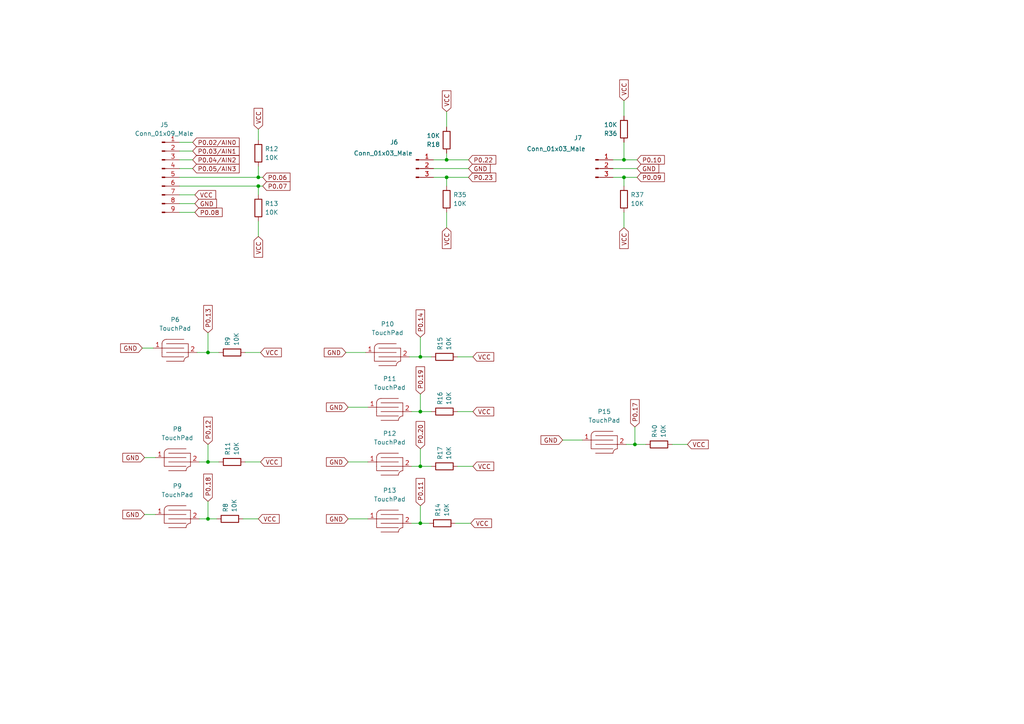
<source format=kicad_sch>
(kicad_sch (version 20211123) (generator eeschema)
  (paper "A4")
  (lib_symbols
    (symbol "Connector:Conn_01x03_Male" (pin_names (offset 1.016) hide)
      (property "Reference" "J" (at 0 5.08 0))
      (property "Value" "Conn_01x03_Male" (at 0 -5.08 0))
      (symbol "Conn_01x03_Male_1_1"
        (polyline (pts (xy 1.27 -2.54) (xy 0.8636 -2.54)) (stroke (width 0.1524)))
        (polyline (pts (xy 1.27 0) (xy 0.8636 0)) (stroke (width 0.1524)))
        (polyline (pts (xy 1.27 2.54) (xy 0.8636 2.54)) (stroke (width 0.1524)))
        (rectangle (start 0.8636 -2.413) (end 0 -2.667) (stroke (width 0.1524)) (fill (type outline)))
        (rectangle (start 0.8636 0.127) (end 0 -0.127) (stroke (width 0.1524)) (fill (type outline)))
        (rectangle (start 0.8636 2.667) (end 0 2.413) (stroke (width 0.1524)) (fill (type outline)))
        (pin passive line (at 5.08 2.54 180) (length 3.81) (name "Pin_1") (number "1"))
        (pin passive line (at 5.08 0 180) (length 3.81) (name "Pin_2") (number "2"))
        (pin passive line (at 5.08 -2.54 180) (length 3.81) (name "Pin_3") (number "3"))
      )
    )
    (symbol "Connector:Conn_01x09_Male" (pin_names (offset 1.016) hide)
      (property "Reference" "J" (at 0 12.7 0))
      (property "Value" "Conn_01x09_Male" (at 0 -12.7 0))
      (symbol "Conn_01x09_Male_1_1"
        (polyline (pts (xy 1.27 -10.16) (xy 0.8636 -10.16)) (stroke (width 0.1524)))
        (polyline (pts (xy 1.27 -7.62) (xy 0.8636 -7.62)) (stroke (width 0.1524)))
        (polyline (pts (xy 1.27 -5.08) (xy 0.8636 -5.08)) (stroke (width 0.1524)))
        (polyline (pts (xy 1.27 -2.54) (xy 0.8636 -2.54)) (stroke (width 0.1524)))
        (polyline (pts (xy 1.27 0) (xy 0.8636 0)) (stroke (width 0.1524)))
        (polyline (pts (xy 1.27 2.54) (xy 0.8636 2.54)) (stroke (width 0.1524)))
        (polyline (pts (xy 1.27 5.08) (xy 0.8636 5.08)) (stroke (width 0.1524)))
        (polyline (pts (xy 1.27 7.62) (xy 0.8636 7.62)) (stroke (width 0.1524)))
        (polyline (pts (xy 1.27 10.16) (xy 0.8636 10.16)) (stroke (width 0.1524)))
        (rectangle (start 0.8636 -10.033) (end 0 -10.287) (stroke (width 0.1524)) (fill (type outline)))
        (rectangle (start 0.8636 -7.493) (end 0 -7.747) (stroke (width 0.1524)) (fill (type outline)))
        (rectangle (start 0.8636 -4.953) (end 0 -5.207) (stroke (width 0.1524)) (fill (type outline)))
        (rectangle (start 0.8636 -2.413) (end 0 -2.667) (stroke (width 0.1524)) (fill (type outline)))
        (rectangle (start 0.8636 0.127) (end 0 -0.127) (stroke (width 0.1524)) (fill (type outline)))
        (rectangle (start 0.8636 2.667) (end 0 2.413) (stroke (width 0.1524)) (fill (type outline)))
        (rectangle (start 0.8636 5.207) (end 0 4.953) (stroke (width 0.1524)) (fill (type outline)))
        (rectangle (start 0.8636 7.747) (end 0 7.493) (stroke (width 0.1524)) (fill (type outline)))
        (rectangle (start 0.8636 10.287) (end 0 10.033) (stroke (width 0.1524)) (fill (type outline)))
        (pin passive line (at 5.08 10.16 180) (length 3.81) (name "Pin_1") (number "1"))
        (pin passive line (at 5.08 7.62 180) (length 3.81) (name "Pin_2") (number "2"))
        (pin passive line (at 5.08 5.08 180) (length 3.81) (name "Pin_3") (number "3"))
        (pin passive line (at 5.08 2.54 180) (length 3.81) (name "Pin_4") (number "4"))
        (pin passive line (at 5.08 0 180) (length 3.81) (name "Pin_5") (number "5"))
        (pin passive line (at 5.08 -2.54 180) (length 3.81) (name "Pin_6") (number "6"))
        (pin passive line (at 5.08 -5.08 180) (length 3.81) (name "Pin_7") (number "7"))
        (pin passive line (at 5.08 -7.62 180) (length 3.81) (name "Pin_8") (number "8"))
        (pin passive line (at 5.08 -10.16 180) (length 3.81) (name "Pin_9") (number "9"))
      )
    )
    (symbol "Device:R" (pin_numbers hide) (pin_names (offset 0))
      (property "Reference" "R" (at 2.032 0 90))
      (property "Value" "R" (at 0 0 90))
      (symbol "R_0_1"
        (rectangle (start -1.016 -2.54) (end 1.016 2.54) (stroke (width 0.254)))
      )
      (symbol "R_1_1"
        (pin passive line (at 0 3.81 270) (length 1.27) (name "~") (number "1"))
        (pin passive line (at 0 -3.81 90) (length 1.27) (name "~") (number "2"))
      )
    )
    (symbol "TouchPad:TouchPad"
      (property "Reference" "P?" (at 0 5.715 0))
      (property "Value" "TouchPad" (at 0.635 -6.985 0))
      (symbol "TouchPad_0_1"
        (arc (start -2.54 2.54) (mid -3.438 2.168) (end -3.81 1.27))
        (polyline (pts (xy -3.81 0) (xy 2.54 0)))
        (polyline (pts (xy -3.81 1.27) (xy -3.81 -1.27)))
        (polyline (pts (xy 2.54 -3.81) (xy -2.54 -3.81)))
        (polyline (pts (xy 2.54 2.54) (xy -2.54 2.54)))
        (polyline (pts (xy 3.81 -1.27) (xy -2.54 -1.27)))
        (polyline (pts (xy 3.81 -1.27) (xy 3.81 -2.54)))
        (polyline (pts (xy 3.81 -1.27) (xy 3.81 1.27)))
        (polyline (pts (xy -3.81 -1.27) (xy -3.81 -2.54) (xy 2.54 -2.54)))
        (polyline (pts (xy 3.81 1.27) (xy -0.635 1.27) (xy -2.54 1.27)))
        (arc (start 3.81 -2.54) (mid 1.642 -1.642) (end 2.54 -3.81))
      )
      (symbol "TouchPad_1_1"
        (pin input line (at -6.35 0 0) (length 2.54) (name "") (number "1"))
        (pin input line (at 6.35 -1.27 180) (length 2.54) (name "") (number "2"))
      )
    )
  )
  (junction (at 121.92 135.255))
  (junction (at 121.92 151.765))
  (junction (at 129.54 46.355))
  (junction (at 121.92 103.505))
  (junction (at 74.93 53.975))
  (junction (at 180.975 51.435))
  (junction (at 60.325 133.985))
  (junction (at 129.54 51.435))
  (junction (at 60.325 102.235))
  (junction (at 180.975 46.355))
  (junction (at 74.93 51.435))
  (junction (at 184.15 128.905))
  (junction (at 60.325 150.495))
  (junction (at 121.92 119.38))
  (wire (pts (xy 199.39 128.905) (xy 194.945 128.905)))
  (wire (pts (xy 74.93 68.58) (xy 74.93 64.135)))
  (wire (pts (xy 129.54 66.04) (xy 129.54 61.595)))
  (wire (pts (xy 184.785 48.895) (xy 177.8 48.895)))
  (wire (pts (xy 60.325 102.235) (xy 63.5 102.235)))
  (wire (pts (xy 129.54 46.355) (xy 125.73 46.355)))
  (wire (pts (xy 137.16 103.505) (xy 132.715 103.505)))
  (wire (pts (xy 181.61 128.905) (xy 184.15 128.905)))
  (wire (pts (xy 121.92 103.505) (xy 125.095 103.505)))
  (wire (pts (xy 121.92 119.38) (xy 125.095 119.38)))
  (wire (pts (xy 180.975 46.355) (xy 184.785 46.355)))
  (wire (pts (xy 52.07 51.435) (xy 74.93 51.435)))
  (wire (pts (xy 60.325 150.495) (xy 62.865 150.495)))
  (wire (pts (xy 180.975 51.435) (xy 177.8 51.435)))
  (wire (pts (xy 41.91 149.225) (xy 45.085 149.225)))
  (wire (pts (xy 119.38 119.38) (xy 121.92 119.38)))
  (wire (pts (xy 184.15 123.825) (xy 184.15 128.905)))
  (wire (pts (xy 121.92 114.3) (xy 121.92 119.38)))
  (wire (pts (xy 52.07 53.975) (xy 74.93 53.975)))
  (wire (pts (xy 74.93 150.495) (xy 70.485 150.495)))
  (wire (pts (xy 129.54 32.385) (xy 129.54 36.83)))
  (wire (pts (xy 55.88 46.355) (xy 52.07 46.355)))
  (wire (pts (xy 129.54 51.435) (xy 125.73 51.435)))
  (wire (pts (xy 56.515 56.515) (xy 52.07 56.515)))
  (wire (pts (xy 55.88 48.895) (xy 52.07 48.895)))
  (wire (pts (xy 74.93 53.975) (xy 74.93 56.515)))
  (wire (pts (xy 41.91 132.715) (xy 45.085 132.715)))
  (wire (pts (xy 75.565 102.235) (xy 71.12 102.235)))
  (wire (pts (xy 100.965 118.11) (xy 106.68 118.11)))
  (wire (pts (xy 163.195 127.635) (xy 168.91 127.635)))
  (wire (pts (xy 177.8 46.355) (xy 180.975 46.355)))
  (wire (pts (xy 60.325 145.415) (xy 60.325 150.495)))
  (wire (pts (xy 135.89 51.435) (xy 129.54 51.435)))
  (wire (pts (xy 100.965 133.985) (xy 106.68 133.985)))
  (wire (pts (xy 121.92 135.255) (xy 125.095 135.255)))
  (wire (pts (xy 74.93 37.465) (xy 74.93 40.64)))
  (wire (pts (xy 60.325 128.905) (xy 60.325 133.985)))
  (wire (pts (xy 118.745 103.505) (xy 121.92 103.505)))
  (wire (pts (xy 121.92 146.685) (xy 121.92 151.765)))
  (wire (pts (xy 129.54 51.435) (xy 129.54 53.975)))
  (wire (pts (xy 55.88 41.275) (xy 52.07 41.275)))
  (wire (pts (xy 74.93 51.435) (xy 76.2 51.435)))
  (wire (pts (xy 57.785 133.985) (xy 60.325 133.985)))
  (wire (pts (xy 129.54 44.45) (xy 129.54 46.355)))
  (wire (pts (xy 136.525 151.765) (xy 132.08 151.765)))
  (wire (pts (xy 57.785 150.495) (xy 60.325 150.495)))
  (wire (pts (xy 100.33 102.235) (xy 106.045 102.235)))
  (wire (pts (xy 75.565 133.985) (xy 71.12 133.985)))
  (wire (pts (xy 119.38 135.255) (xy 121.92 135.255)))
  (wire (pts (xy 137.16 135.255) (xy 132.715 135.255)))
  (wire (pts (xy 119.38 151.765) (xy 121.92 151.765)))
  (wire (pts (xy 180.975 41.275) (xy 180.975 46.355)))
  (wire (pts (xy 137.16 119.38) (xy 132.715 119.38)))
  (wire (pts (xy 57.15 102.235) (xy 60.325 102.235)))
  (wire (pts (xy 100.965 150.495) (xy 106.68 150.495)))
  (wire (pts (xy 135.89 48.895) (xy 125.73 48.895)))
  (wire (pts (xy 74.93 53.975) (xy 76.2 53.975)))
  (wire (pts (xy 180.975 29.21) (xy 180.975 33.655)))
  (wire (pts (xy 74.93 48.26) (xy 74.93 51.435)))
  (wire (pts (xy 184.15 128.905) (xy 187.325 128.905)))
  (wire (pts (xy 56.515 61.595) (xy 52.07 61.595)))
  (wire (pts (xy 56.515 59.055) (xy 52.07 59.055)))
  (wire (pts (xy 180.975 66.04) (xy 180.975 61.595)))
  (wire (pts (xy 60.325 96.52) (xy 60.325 102.235)))
  (wire (pts (xy 135.89 46.355) (xy 129.54 46.355)))
  (wire (pts (xy 41.275 100.965) (xy 44.45 100.965)))
  (wire (pts (xy 180.975 51.435) (xy 180.975 53.975)))
  (wire (pts (xy 121.92 130.175) (xy 121.92 135.255)))
  (wire (pts (xy 121.92 151.765) (xy 124.46 151.765)))
  (wire (pts (xy 60.325 133.985) (xy 63.5 133.985)))
  (wire (pts (xy 55.88 43.815) (xy 52.07 43.815)))
  (wire (pts (xy 184.785 51.435) (xy 180.975 51.435)))
  (wire (pts (xy 121.92 97.79) (xy 121.92 103.505)))
  (global_label "P0.22" (shape input) (at 135.89 46.355 0) (property "Intersheet References" "${INTERSHEET_REFS}" (effects hide)))
  (global_label "GND" (shape input) (at 100.33 102.235 180) (property "Intersheet References" "${INTERSHEET_REFS}" (effects hide)))
  (global_label "VCC" (shape input) (at 137.16 103.505 0) (property "Intersheet References" "${INTERSHEET_REFS}" (effects hide)))
  (global_label "P0.18" (shape input) (at 60.325 145.415 90) (property "Intersheet References" "${INTERSHEET_REFS}" (effects hide)))
  (global_label "VCC" (shape input) (at 75.565 102.235 0) (property "Intersheet References" "${INTERSHEET_REFS}" (effects hide)))
  (global_label "P0.20" (shape input) (at 121.92 130.175 90) (property "Intersheet References" "${INTERSHEET_REFS}" (effects hide)))
  (global_label "P0.17" (shape input) (at 184.15 123.825 90) (property "Intersheet References" "${INTERSHEET_REFS}" (effects hide)))
  (global_label "VCC" (shape input) (at 180.975 66.04 270) (property "Intersheet References" "${INTERSHEET_REFS}" (effects hide)))
  (global_label "P0.08" (shape input) (at 56.515 61.595 0) (property "Intersheet References" "${INTERSHEET_REFS}" (effects hide)))
  (global_label "GND" (shape input) (at 41.275 100.965 180) (property "Intersheet References" "${INTERSHEET_REFS}" (effects hide)))
  (global_label "GND" (shape input) (at 135.89 48.895 0) (property "Intersheet References" "${INTERSHEET_REFS}" (effects hide)))
  (global_label "VCC" (shape input) (at 129.54 66.04 270) (property "Intersheet References" "${INTERSHEET_REFS}" (effects hide)))
  (global_label "P0.19" (shape input) (at 121.92 114.3 90) (property "Intersheet References" "${INTERSHEET_REFS}" (effects hide)))
  (global_label "VCC" (shape input) (at 56.515 56.515 0) (property "Intersheet References" "${INTERSHEET_REFS}" (effects hide)))
  (global_label "P0.06" (shape input) (at 76.2 51.435 0) (property "Intersheet References" "${INTERSHEET_REFS}" (effects hide)))
  (global_label "P0.10" (shape input) (at 184.785 46.355 0) (property "Intersheet References" "${INTERSHEET_REFS}" (effects hide)))
  (global_label "GND" (shape input) (at 56.515 59.055 0) (property "Intersheet References" "${INTERSHEET_REFS}" (effects hide)))
  (global_label "GND" (shape input) (at 163.195 127.635 180) (property "Intersheet References" "${INTERSHEET_REFS}" (effects hide)))
  (global_label "VCC" (shape input) (at 74.93 68.58 270) (property "Intersheet References" "${INTERSHEET_REFS}" (effects hide)))
  (global_label "GND" (shape input) (at 184.785 48.895 0) (property "Intersheet References" "${INTERSHEET_REFS}" (effects hide)))
  (global_label "P0.07" (shape input) (at 76.2 53.975 0) (property "Intersheet References" "${INTERSHEET_REFS}" (effects hide)))
  (global_label "VCC" (shape input) (at 199.39 128.905 0) (property "Intersheet References" "${INTERSHEET_REFS}" (effects hide)))
  (global_label "GND" (shape input) (at 41.91 132.715 180) (property "Intersheet References" "${INTERSHEET_REFS}" (effects hide)))
  (global_label "VCC" (shape input) (at 74.93 150.495 0) (property "Intersheet References" "${INTERSHEET_REFS}" (effects hide)))
  (global_label "P0.12" (shape input) (at 60.325 128.905 90) (property "Intersheet References" "${INTERSHEET_REFS}" (effects hide)))
  (global_label "P0.05{slash}AIN3" (shape input) (at 55.88 48.895 0) (property "Intersheet References" "${INTERSHEET_REFS}" (effects hide)))
  (global_label "VCC" (shape input) (at 74.93 37.465 90) (property "Intersheet References" "${INTERSHEET_REFS}" (effects hide)))
  (global_label "P0.02{slash}AIN0" (shape input) (at 55.88 41.275 0) (property "Intersheet References" "${INTERSHEET_REFS}" (effects hide)))
  (global_label "P0.04{slash}AIN2" (shape input) (at 55.88 46.355 0) (property "Intersheet References" "${INTERSHEET_REFS}" (effects hide)))
  (global_label "VCC" (shape input) (at 137.16 135.255 0) (property "Intersheet References" "${INTERSHEET_REFS}" (effects hide)))
  (global_label "GND" (shape input) (at 100.965 118.11 180) (property "Intersheet References" "${INTERSHEET_REFS}" (effects hide)))
  (global_label "GND" (shape input) (at 100.965 150.495 180) (property "Intersheet References" "${INTERSHEET_REFS}" (effects hide)))
  (global_label "GND" (shape input) (at 41.91 149.225 180) (property "Intersheet References" "${INTERSHEET_REFS}" (effects hide)))
  (global_label "GND" (shape input) (at 100.965 133.985 180) (property "Intersheet References" "${INTERSHEET_REFS}" (effects hide)))
  (global_label "P0.03{slash}AIN1" (shape input) (at 55.88 43.815 0) (property "Intersheet References" "${INTERSHEET_REFS}" (effects hide)))
  (global_label "VCC" (shape input) (at 75.565 133.985 0) (property "Intersheet References" "${INTERSHEET_REFS}" (effects hide)))
  (global_label "P0.23" (shape input) (at 135.89 51.435 0) (property "Intersheet References" "${INTERSHEET_REFS}" (effects hide)))
  (global_label "VCC" (shape input) (at 180.975 29.21 90) (property "Intersheet References" "${INTERSHEET_REFS}" (effects hide)))
  (global_label "P0.14" (shape input) (at 121.92 97.79 90) (property "Intersheet References" "${INTERSHEET_REFS}" (effects hide)))
  (global_label "P0.13" (shape input) (at 60.325 96.52 90) (property "Intersheet References" "${INTERSHEET_REFS}" (effects hide)))
  (global_label "VCC" (shape input) (at 137.16 119.38 0) (property "Intersheet References" "${INTERSHEET_REFS}" (effects hide)))
  (global_label "VCC" (shape input) (at 129.54 32.385 90) (property "Intersheet References" "${INTERSHEET_REFS}" (effects hide)))
  (global_label "VCC" (shape input) (at 136.525 151.765 0) (property "Intersheet References" "${INTERSHEET_REFS}" (effects hide)))
  (global_label "P0.11" (shape input) (at 121.92 146.685 90) (property "Intersheet References" "${INTERSHEET_REFS}" (effects hide)))
  (global_label "P0.09" (shape input) (at 184.785 51.435 0) (property "Intersheet References" "${INTERSHEET_REFS}" (effects hide)))
  (symbol (lib_id "Device:R") (at 128.27 151.765 90) (unit 1)
    (property "Reference" "R14" (at 126.9999 149.86 0) (effects (justify left)))
    (property "Value" "10K" (at 129.5399 149.86 0) (effects (justify left)))
    (property "Footprint" "Resistor_SMD:R_0603_1608Metric" (effects hide))
  )
  (symbol (lib_id "Device:R") (at 66.675 150.495 90) (unit 1)
    (property "Reference" "R8" (at 65.4049 148.59 0) (effects (justify left)))
    (property "Value" "10K" (at 67.9449 148.59 0) (effects (justify left)))
    (property "Footprint" "Resistor_SMD:R_0603_1608Metric" (effects hide))
  )
  (symbol (lib_id "TouchPad:TouchPad") (at 113.03 133.985 0) (unit 1)
    (property "Reference" "P12" (at 113.03 125.73 0))
    (property "Value" "TouchPad" (at 113.03 128.27 0))
    (property "Footprint" "touchpad:TouchPad" (effects hide))
  )
  (symbol (lib_id "Device:R") (at 128.905 135.255 90) (unit 1)
    (property "Reference" "R17" (at 127.6349 133.35 0) (effects (justify left)))
    (property "Value" "10K" (at 130.1749 133.35 0) (effects (justify left)))
    (property "Footprint" "Resistor_SMD:R_0603_1608Metric" (effects hide))
  )
  (symbol (lib_id "TouchPad:TouchPad") (at 50.8 100.965 0) (unit 1)
    (property "Reference" "P6" (at 50.8 92.71 0))
    (property "Value" "TouchPad" (at 50.8 95.25 0))
    (property "Footprint" "touchpad:TouchPad" (effects hide))
  )
  (symbol (lib_id "Device:R") (at 128.905 103.505 90) (unit 1)
    (property "Reference" "R15" (at 127.6349 101.6 0) (effects (justify left)))
    (property "Value" "10K" (at 130.1749 101.6 0) (effects (justify left)))
    (property "Footprint" "Resistor_SMD:R_0603_1608Metric" (effects hide))
  )
  (symbol (lib_id "Device:R") (at 129.54 40.64 180) (unit 1)
    (property "Reference" "R18" (at 127.635 41.9101 0) (effects (justify left)))
    (property "Value" "10K" (at 127.635 39.3701 0) (effects (justify left)))
    (property "Footprint" "Resistor_SMD:R_0603_1608Metric" (effects hide))
  )
  (symbol (lib_id "Connector:Conn_01x03_Male") (at 172.72 48.895 0) (unit 1)
    (property "Reference" "J7" (at 167.64 40.005 0))
    (property "Value" "Conn_01x03_Male" (at 161.29 43.18 0))
    (property "Footprint" "Connector_PinHeader_1.27mm:PinHeader_1x03_P1.27mm_Vertical" (effects hide))
  )
  (symbol (lib_id "Connector:Conn_01x03_Male") (at 120.65 48.895 0) (unit 1)
    (property "Reference" "J6" (at 114.3 41.275 0))
    (property "Value" "Conn_01x03_Male" (at 111.125 44.45 0))
    (property "Footprint" "Connector_PinHeader_1.27mm:PinHeader_1x03_P1.27mm_Vertical" (effects hide))
  )
  (symbol (lib_id "Device:R") (at 74.93 44.45 0) (unit 1)
    (property "Reference" "R12" (at 76.835 43.1799 0) (effects (justify left)))
    (property "Value" "10K" (at 76.835 45.7199 0) (effects (justify left)))
    (property "Footprint" "Resistor_SMD:R_0603_1608Metric" (effects hide))
  )
  (symbol (lib_id "TouchPad:TouchPad") (at 51.435 132.715 0) (unit 1)
    (property "Reference" "P8" (at 51.435 124.46 0))
    (property "Value" "TouchPad" (at 51.435 127 0))
    (property "Footprint" "touchpad:TouchPad" (effects hide))
  )
  (symbol (lib_id "TouchPad:TouchPad") (at 51.435 149.225 0) (unit 1)
    (property "Reference" "P9" (at 51.435 140.97 0))
    (property "Value" "TouchPad" (at 51.435 143.51 0))
    (property "Footprint" "touchpad:TouchPad" (effects hide))
  )
  (symbol (lib_id "TouchPad:TouchPad") (at 175.26 127.635 0) (unit 1)
    (property "Reference" "P15" (at 175.26 119.38 0))
    (property "Value" "TouchPad" (at 175.26 121.92 0))
    (property "Footprint" "touchpad:TouchPad" (effects hide))
  )
  (symbol (lib_id "Device:R") (at 180.975 57.785 0) (unit 1)
    (property "Reference" "R37" (at 182.88 56.5149 0) (effects (justify left)))
    (property "Value" "10K" (at 182.88 59.0549 0) (effects (justify left)))
    (property "Footprint" "Resistor_SMD:R_0603_1608Metric" (effects hide))
  )
  (symbol (lib_id "TouchPad:TouchPad") (at 112.395 102.235 0) (unit 1)
    (property "Reference" "P10" (at 112.395 93.98 0))
    (property "Value" "TouchPad" (at 112.395 96.52 0))
    (property "Footprint" "touchpad:TouchPad" (effects hide))
  )
  (symbol (lib_id "Device:R") (at 180.975 37.465 180) (unit 1)
    (property "Reference" "R36" (at 179.07 38.7351 0) (effects (justify left)))
    (property "Value" "10K" (at 179.07 36.1951 0) (effects (justify left)))
    (property "Footprint" "Resistor_SMD:R_0603_1608Metric" (effects hide))
  )
  (symbol (lib_id "Device:R") (at 74.93 60.325 0) (unit 1)
    (property "Reference" "R13" (at 76.835 59.0549 0) (effects (justify left)))
    (property "Value" "10K" (at 76.835 61.5949 0) (effects (justify left)))
    (property "Footprint" "Resistor_SMD:R_0603_1608Metric" (effects hide))
  )
  (symbol (lib_id "Device:R") (at 191.135 128.905 90) (unit 1)
    (property "Reference" "R40" (at 189.8649 127 0) (effects (justify left)))
    (property "Value" "10K" (at 192.4049 127 0) (effects (justify left)))
    (property "Footprint" "Resistor_SMD:R_0603_1608Metric" (effects hide))
  )
  (symbol (lib_id "Device:R") (at 67.31 133.985 90) (unit 1)
    (property "Reference" "R11" (at 66.0399 132.08 0) (effects (justify left)))
    (property "Value" "10K" (at 68.5799 132.08 0) (effects (justify left)))
    (property "Footprint" "Resistor_SMD:R_0603_1608Metric" (effects hide))
  )
  (symbol (lib_id "Device:R") (at 128.905 119.38 90) (unit 1)
    (property "Reference" "R16" (at 127.6349 117.475 0) (effects (justify left)))
    (property "Value" "10K" (at 130.1749 117.475 0) (effects (justify left)))
    (property "Footprint" "Resistor_SMD:R_0603_1608Metric" (effects hide))
  )
  (symbol (lib_id "TouchPad:TouchPad") (at 113.03 150.495 0) (unit 1)
    (property "Reference" "P13" (at 113.03 142.24 0))
    (property "Value" "TouchPad" (at 113.03 144.78 0))
    (property "Footprint" "touchpad:TouchPad" (effects hide))
  )
  (symbol (lib_id "Device:R") (at 67.31 102.235 90) (unit 1)
    (property "Reference" "R9" (at 66.0399 100.33 0) (effects (justify left)))
    (property "Value" "10K" (at 68.5799 100.33 0) (effects (justify left)))
    (property "Footprint" "Resistor_SMD:R_0603_1608Metric" (effects hide))
  )
  (symbol (lib_id "Device:R") (at 129.54 57.785 0) (unit 1)
    (property "Reference" "R35" (at 131.445 56.5149 0) (effects (justify left)))
    (property "Value" "10K" (at 131.445 59.0549 0) (effects (justify left)))
    (property "Footprint" "Resistor_SMD:R_0603_1608Metric" (effects hide))
  )
  (symbol (lib_id "Connector:Conn_01x09_Male") (at 46.99 51.435 0) (unit 1)
    (property "Reference" "J5" (at 47.625 36.195 0))
    (property "Value" "Conn_01x09_Male" (at 47.625 38.735 0))
    (property "Footprint" "Connector_PinHeader_1.27mm:PinHeader_1x09_P1.27mm_Vertical" (effects hide))
  )
  (symbol (lib_id "TouchPad:TouchPad") (at 113.03 118.11 0) (unit 1)
    (property "Reference" "P11" (at 113.03 109.855 0))
    (property "Value" "TouchPad" (at 113.03 112.395 0))
    (property "Footprint" "touchpad:TouchPad" (effects hide))
  )
)
</source>
